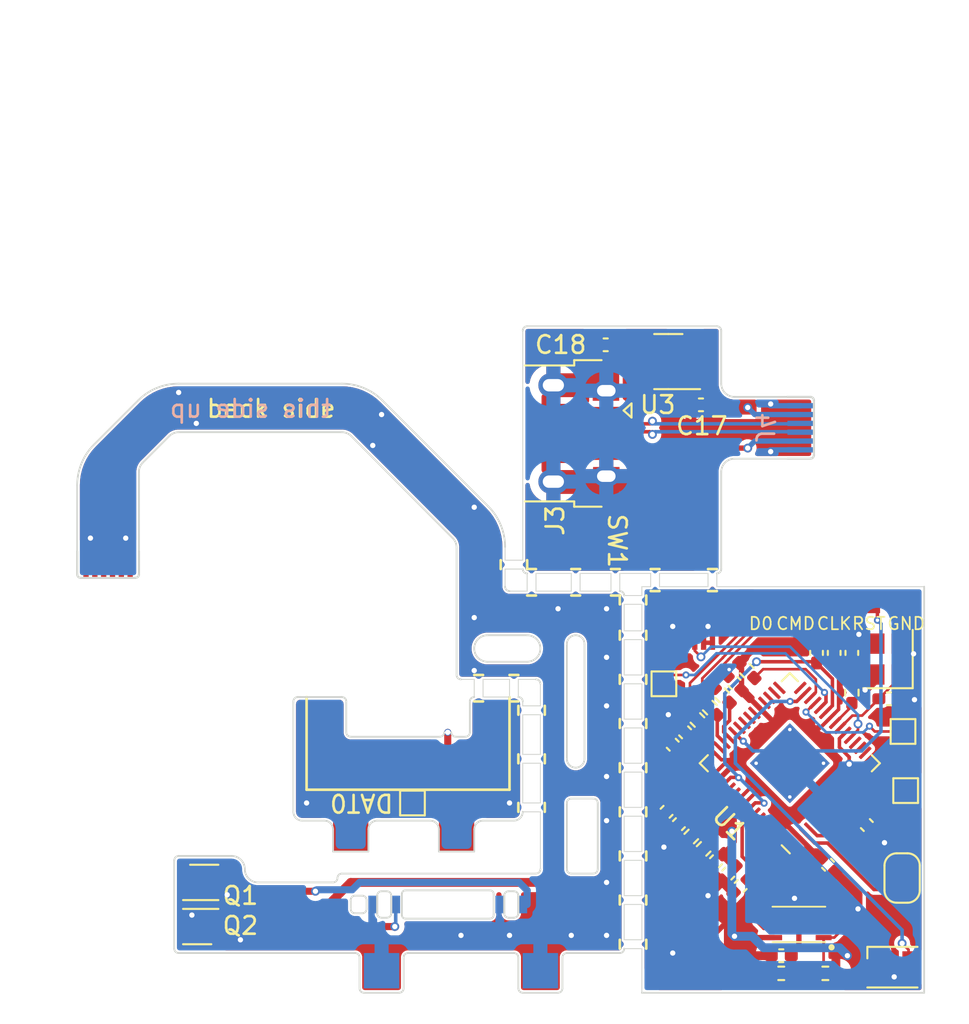
<source format=kicad_pcb>
(kicad_pcb (version 20221018) (generator pcbnew)

  (general
    (thickness 0.115)
  )

  (paper "A4")
  (layers
    (0 "F.Cu" signal)
    (31 "B.Cu" signal)
    (32 "B.Adhes" user "B.Adhesive")
    (33 "F.Adhes" user "F.Adhesive")
    (34 "B.Paste" user)
    (35 "F.Paste" user)
    (36 "B.SilkS" user "B.Silkscreen")
    (37 "F.SilkS" user "F.Silkscreen")
    (38 "B.Mask" user)
    (39 "F.Mask" user)
    (40 "Dwgs.User" user "User.Drawings")
    (41 "Cmts.User" user "User.Comments")
    (42 "Eco1.User" user "User.Eco1")
    (43 "Eco2.User" user "User.Eco2")
    (44 "Edge.Cuts" user)
    (45 "Margin" user)
    (46 "B.CrtYd" user "B.Courtyard")
    (47 "F.CrtYd" user "F.Courtyard")
    (48 "B.Fab" user)
    (49 "F.Fab" user)
    (50 "User.1" user)
    (51 "User.2" user)
    (52 "User.3" user)
    (53 "User.4" user)
    (54 "User.5" user)
    (55 "User.6" user)
    (56 "User.7" user)
    (57 "User.8" user)
    (58 "User.9" user)
  )

  (setup
    (stackup
      (layer "F.SilkS" (type "Top Silk Screen"))
      (layer "F.Paste" (type "Top Solder Paste"))
      (layer "F.Mask" (type "Top Solder Mask") (thickness 0.01))
      (layer "F.Cu" (type "copper") (thickness 0.035))
      (layer "dielectric 1" (type "core") (color "Polyimide") (thickness 0.025) (material "Polyimide") (epsilon_r 3.2) (loss_tangent 0.004))
      (layer "B.Cu" (type "copper") (thickness 0.035))
      (layer "B.Mask" (type "Bottom Solder Mask") (thickness 0.01))
      (layer "B.Paste" (type "Bottom Solder Paste"))
      (layer "B.SilkS" (type "Bottom Silk Screen"))
      (copper_finish "None")
      (dielectric_constraints no)
    )
    (pad_to_mask_clearance 0)
    (pcbplotparams
      (layerselection 0x00010fc_ffffffff)
      (plot_on_all_layers_selection 0x0000000_00000000)
      (disableapertmacros false)
      (usegerberextensions false)
      (usegerberattributes true)
      (usegerberadvancedattributes true)
      (creategerberjobfile true)
      (dashed_line_dash_ratio 12.000000)
      (dashed_line_gap_ratio 3.000000)
      (svgprecision 4)
      (plotframeref false)
      (viasonmask false)
      (mode 1)
      (useauxorigin false)
      (hpglpennumber 1)
      (hpglpenspeed 20)
      (hpglpendiameter 15.000000)
      (dxfpolygonmode true)
      (dxfimperialunits true)
      (dxfusepcbnewfont true)
      (psnegative false)
      (psa4output false)
      (plotreference true)
      (plotvalue true)
      (plotinvisibletext false)
      (sketchpadsonfab false)
      (subtractmaskfromsilk false)
      (outputformat 1)
      (mirror false)
      (drillshape 1)
      (scaleselection 1)
      (outputdirectory "")
    )
  )

  (net 0 "")
  (net 1 "+3V3")
  (net 2 "GND")
  (net 3 "/XIN")
  (net 4 "Net-(C3-Pad2)")
  (net 5 "+1V1")
  (net 6 "GND1")
  (net 7 "VBUS")
  (net 8 "unconnected-(D1-DOUT-Pad2)")
  (net 9 "/STATUS_LED")
  (net 10 "Net-(J6-Pin_3)")
  (net 11 "GND2")
  (net 12 "/QSPI_~{CS}")
  (net 13 "/~{USB_BOOT}")
  (net 14 "/XOUT")
  (net 15 "/USB_DP")
  (net 16 "/DP")
  (net 17 "/NX_CLK")
  (net 18 "Net-(U1-GPIO27_ADC1)")
  (net 19 "/NX_CMD")
  (net 20 "Net-(U1-GPIO28_ADC2)")
  (net 21 "/NX_D0")
  (net 22 "Net-(U1-GPIO29_ADC3)")
  (net 23 "/RP2040_~{USB_BOOT}")
  (net 24 "/TRAINING_RESET_A")
  (net 25 "/TRAINING_RESET_B")
  (net 26 "unconnected-(U1-GPIO2-Pad4)")
  (net 27 "unconnected-(U1-GPIO3-Pad5)")
  (net 28 "unconnected-(U1-GPIO4-Pad6)")
  (net 29 "unconnected-(U1-GPIO5-Pad7)")
  (net 30 "unconnected-(U1-GPIO6-Pad8)")
  (net 31 "unconnected-(U1-GPIO7-Pad9)")
  (net 32 "unconnected-(U1-GPIO8-Pad11)")
  (net 33 "unconnected-(U1-GPIO9-Pad12)")
  (net 34 "unconnected-(U1-GPIO10-Pad13)")
  (net 35 "unconnected-(U1-GPIO11-Pad14)")
  (net 36 "unconnected-(U1-GPIO12-Pad15)")
  (net 37 "unconnected-(U1-GPIO13-Pad16)")
  (net 38 "unconnected-(U1-GPIO14-Pad17)")
  (net 39 "/NX_CPU")
  (net 40 "/SWCLK")
  (net 41 "/SWD")
  (net 42 "/RUN")
  (net 43 "unconnected-(U1-GPIO17-Pad28)")
  (net 44 "unconnected-(U1-GPIO18-Pad29)")
  (net 45 "unconnected-(U1-GPIO19-Pad30)")
  (net 46 "unconnected-(U1-GPIO20-Pad31)")
  (net 47 "unconnected-(U1-GPIO21-Pad32)")
  (net 48 "unconnected-(U1-GPIO22-Pad34)")
  (net 49 "unconnected-(U1-GPIO23-Pad35)")
  (net 50 "unconnected-(U1-GPIO24-Pad36)")
  (net 51 "unconnected-(U1-GPIO25-Pad37)")
  (net 52 "/NX_RST")
  (net 53 "/QSPI_SD3")
  (net 54 "/QSPI_CLK")
  (net 55 "/QSPI_SD0")
  (net 56 "/QSPI_SD2")
  (net 57 "/QSPI_SD1")
  (net 58 "/D+")
  (net 59 "/D-")
  (net 60 "Net-(C16-Pad1)")
  (net 61 "Net-(C15-Pad1)")
  (net 62 "/DAT0")
  (net 63 "GND3")
  (net 64 "unconnected-(J3-ID-Pad4)")
  (net 65 "/USB_DN")
  (net 66 "/DN")

  (footprint "Capacitor_SMD:C_0402_1005Metric_Pad0.74x0.62mm_HandSolder" (layer "F.Cu") (at 138.15 58.25 -90))

  (footprint "Jumper:SolderJumper-2_P1.3mm_Open_RoundedPad1.0x1.5mm" (layer "F.Cu") (at 143 71 -90))

  (footprint "TestPoint:TestPoint_Pad_1.0x1.0mm" (layer "F.Cu") (at 115.25 66.75 180))

  (footprint "TestPoint:TestPoint_Pad_1.0x1.0mm" (layer "F.Cu") (at 143.2 66.05))

  (footprint "Capacitor_SMD:C_0402_1005Metric_Pad0.74x0.62mm_HandSolder" (layer "F.Cu") (at 138.8 70.25 135))

  (footprint "Resistor_SMD:R_0402_1005Metric_Pad0.72x0.64mm_HandSolder" (layer "F.Cu") (at 132.1 61.35 -45))

  (footprint "Capacitor_SMD:C_0402_1005Metric_Pad0.74x0.62mm_HandSolder" (layer "F.Cu") (at 130 63.45 -45))

  (footprint "TestPoint:TestPoint_Pad_1.0x1.0mm" (layer "F.Cu") (at 143.05 62.7))

  (footprint "TestPoint:TestPoint_Pad_1.0x1.0mm" (layer "F.Cu") (at 129.5 60))

  (footprint "Resistor_SMD:R_0402_1005Metric_Pad0.72x0.64mm_HandSolder" (layer "F.Cu") (at 136.15 76.4))

  (footprint "TestPoint:TestPoint_Pad_1.0x1.0mm" (layer "F.Cu") (at 143.25 55.5))

  (footprint "Capacitor_SMD:C_0402_1005Metric_Pad0.74x0.62mm_HandSolder" (layer "F.Cu") (at 133.85 71.45 45))

  (footprint "Capacitor_SMD:C_0402_1005Metric_Pad0.74x0.62mm_HandSolder" (layer "F.Cu") (at 131.6 44.2))

  (footprint "Capacitor_SMD:C_0402_1005Metric_Pad0.74x0.62mm_HandSolder" (layer "F.Cu") (at 130.35 67.95 45))

  (footprint "Resistor_SMD:R_0402_1005Metric_Pad0.72x0.64mm_HandSolder" (layer "F.Cu") (at 131.75 69.35 45))

  (footprint "Resistor_SMD:R_0402_1005Metric_Pad0.72x0.64mm_HandSolder" (layer "F.Cu") (at 140.15 60.5 -90))

  (footprint "Capacitor_SMD:C_0402_1005Metric_Pad0.74x0.62mm_HandSolder" (layer "F.Cu") (at 126.2 40.8 180))

  (footprint "flexifly:MicroFET_2x2" (layer "F.Cu") (at 103.25 73.75 90))

  (footprint "Capacitor_SMD:C_0402_1005Metric_Pad0.74x0.62mm_HandSolder" (layer "F.Cu") (at 141 68 135))

  (footprint "TestPoint:TestPoint_Pad_2.0x2.0mm" (layer "F.Cu") (at 117.75 68.5 180))

  (footprint "flexifly:Conn_BGA_shim" (layer "F.Cu") (at 117.25 62.75 180))

  (footprint "flexifly:SW_SPST_XKB_1187A-B-A-B" (layer "F.Cu") (at 130.05 50 90))

  (footprint "Resistor_SMD:R_0402_1005Metric_Pad0.72x0.64mm_HandSolder" (layer "F.Cu") (at 132.8 60.65 -45))

  (footprint "TestPoint:TestPoint_Pad_2.0x2.0mm" (layer "F.Cu") (at 111.75 68.5 180))

  (footprint "Capacitor_SMD:C_0402_1005Metric_Pad0.74x0.62mm_HandSolder" (layer "F.Cu") (at 139.15 58.25 -90))

  (footprint "Resistor_SMD:R_0402_1005Metric_Pad0.72x0.64mm_HandSolder" (layer "F.Cu") (at 138.65 76.4 180))

  (footprint "Capacitor_SMD:C_0402_1005Metric_Pad0.74x0.62mm_HandSolder" (layer "F.Cu") (at 133.15 70.75 45))

  (footprint "TestPoint:TestPoint_Pad_1.0x1.0mm" (layer "F.Cu") (at 141.25 55.5))

  (footprint "Package_TO_SOT_SMD:SOT-23-3" (layer "F.Cu") (at 129.75 41.75 180))

  (footprint "Resistor_SMD:R_0402_1005Metric_Pad0.72x0.64mm_HandSolder" (layer "F.Cu") (at 131.4 62.05 -45))

  (footprint "Capacitor_SMD:C_0402_1005Metric_Pad0.74x0.62mm_HandSolder" (layer "F.Cu") (at 142.25 60.85 180))

  (footprint "Capacitor_SMD:C_0402_1005Metric_Pad0.74x0.62mm_HandSolder" (layer "F.Cu") (at 140.15 58.25 -90))

  (footprint "flexifly:MicroFET_2x2" (layer "F.Cu") (at 103.25 71.25 -90))

  (footprint "flexifly:FPC_1x06_P0.50mm" (layer "F.Cu") (at 98 53.25 180))

  (footprint "TestPoint:TestPoint_Pad_1.0x1.0mm" (layer "F.Cu") (at 137.25 55.5))

  (footprint "flexifly:W25QxxxxUXxx" (layer "F.Cu") (at 137.15 73.625))

  (footprint "Capacitor_SMD:C_0402_1005Metric_Pad0.74x0.62mm_HandSolder" (layer "F.Cu") (at 136.15 75.4))

  (footprint "Package_DFN_QFN:QFN-56-1EP_7x7mm_P0.4mm_EP3.2x3.2mm_ThermalVias" (layer "F.Cu") (at 136.634996 64.5 135))

  (footprint "LED_SMD:LED_WS2812B-2020_PLCC4_2.0x2.0mm" (layer "F.Cu") (at 142.45 76.05))

  (footprint "Resistor_SMD:R_0402_1005Metric_Pad0.72x0.64mm_HandSolder" (layer "F.Cu") (at 131.05 68.65 -135))

  (footprint "TestPoint:TestPoint_Pad_1.0x1.0mm" (layer "F.Cu") (at 135.25 55.5))

  (footprint "Capacitor_SMD:C_0402_1005Metric_Pad0.74x0.62mm_HandSolder" (layer "F.Cu") (at 133.5 59.95 -45))

  (footprint "flexifly:HCTL_HC-FPC-05-09-6RLTAG_1x06-1MP_P0.50mm_Horizontal" (layer "F.Cu") (at 131 54.775 180))

  (footprint "Connector_USB:USB_Micro-B_Amphenol_10103594-0001LF_Horizontal" (layer "F.Cu") (at 124.35 45.845 -90))

  (footprint "Crystal:Crystal_SMD_2520-4Pin_2.5x2.0mm" (layer "F.Cu") (at 142.2 58.6 90))

  (footprint "Capacitor_SMD:C_0402_1005Metric_Pad0.74x0.62mm_HandSolder" (layer "F.Cu") (at 132.45 70.05 45))

  (footprint "flexifly:HCTL_HC-FPC-05-09-6RLTAG_1x06-1MP_P0.50mm_Horizontal" (layer "F.Cu") (at 131 77.2))

  (footprint "Capacitor_SMD:C_0402_1005Metric_Pad0.74x0.62mm_HandSolder" (layer "F.Cu") (at 129.65 67.25 -135))

  (footprint "Capacitor_SMD:C_0402_1005Metric_Pad0.74x0.62mm_HandSolder" (layer "F.Cu") (at 130.7 62.75 -45))

  (footprint "Resistor_SMD:R_0402_1005Metric_Pad0.72x0.64mm_HandSolder" (layer "F.Cu") (at 134.2 59.25 -45))

  (footprint "TestPoint:TestPoint_Pad_1.0x1.0mm" (layer "F.Cu") (at 139.25 55.5))

  (footprint "flexifly:FPC_1x06_P0.50mm" (layer "B.Cu") (at 137.25 45.5 90))

  (footprint "flexifly:APU_package_cap_conn" (layer "B.Cu") (at 120.85 72.5 180))

  (footprint "TestPoint:TestPoint_Pad_2.0x2.0mm" (layer "B.Cu") (at 122.5 76.25 180))

  (footprint "flexifly:APU_package_cap_conn" (layer "B.Cu") (at 113.65 72.5 180))

  (footprint "TestPoint:TestPoint_Pad_2.0x2.0mm" (layer "B.Cu") (at 113.5 76.25 180))

  (gr_line (start 128.5 72) (end 128.5 72.5)
    (stroke (width 0.15) (type default)) (layer "F.SilkS") (tstamp 01ca5670-3119-42d0-af78-b1b448d3894c))
  (gr_line (start 121.25 64) (end 121.25 64.5)
    (stroke (width 0.15) (type default)) (layer "F.SilkS") (tstamp 098cdd2a-aebf-45bb-b1c6-f7cac99d4877))
  (gr_line (start 129.25 53.5) (end 128.75 53.5)
    (stroke (width 0.15) (type default)) (layer "F.SilkS") (tstamp 0f224885-f6a0-498d-88f9-56c6406b2034))
  (gr_line (start 120.75 59.5) (end 121.25 59.5)
    (stroke (width 0.15) (type default)) (layer "F.SilkS") (tstamp 104c9f4b-b1da-4830-a434-755b91b5c14e))
  (gr_line (start 121.25 66.75) (end 121.25 67.25)
    (stroke (width 0.15) (type default)) (layer "F.SilkS") (tstamp 13e58187-1d36-47dd-b0db-2d71bf849947))
  (gr_line (start 126.5 53.5) (end 127 53.5)
    (stroke (width 0.15) (type default)) (layer "F.SilkS") (tstamp 27928df7-c56f-49e5-ba96-9c636abf691d))
  (gr_line (start 121.25 61.25) (end 121.25 61.75)
    (stroke (width 0.15) (type default)) (layer "F.SilkS") (tstamp 321e5a9a-6258-46aa-a4c6-0b82c1e91037))
  (gr_line (start 121.75 53.5) (end 122.25 53.5)
    (stroke (width 0.15) (type default)) (layer "F.SilkS") (tstamp 339bf9d1-b913-496b-bf1c-981ae7cc62c5))
  (gr_line (start 128.5 69.5) (end 128.5 70)
    (stroke (width 0.15) (type default)) (layer "F.SilkS") (tstamp 34b20422-bc14-4a57-8e14-835fce2c1fa0))
  (gr_line (start 127 70) (end 127 69.5)
    (stroke (width 0.15) (type default)) (layer "F.SilkS") (tstamp 37f58952-719e-496a-b9b2-b222faa749a5))
  (gr_line (start 127 65) (end 127 64.5)
    (stroke (width 0.15) (type default)) (layer "F.SilkS") (tstamp 423d56d0-83f9-4941-b78c-9d0fe705b7e6))
  (gr_line (start 128.5 74.5) (end 128.5 75)
    (stroke (width 0.15) (type default)) (layer "F.SilkS") (tstamp 49adba9d-389c-4a68-baed-6159f6d41c24))
  (gr_line (start 127 75) (end 127 74.5)
    (stroke (width 0.15) (type default)) (layer "F.SilkS") (tstamp 4e9ee5d3-3428-47b3-a84f-03d0044a56f8))
  (gr_line (start 124.75 55) (end 124.25 55)
    (stroke (width 0.15) (type default)) (layer "F.SilkS") (tstamp 4f750e44-7689-4711-9b0e-9c18ac13e895))
  (gr_line (start 124.25 53.5) (end 124.75 53.5)
    (stroke (width 0.15) (type default)) (layer "F.SilkS") (tstamp 548d33e4-3cb7-4a84-8e9f-2d89d849e308))
  (gr_line (start 128.5 67) (end 128.5 67.5)
    (stroke (width 0.15) (type default)) (layer "F.SilkS") (tstamp 5f17a99a-955e-40a0-b6d1-f3d2edf0566a))
  (gr_line (start 128.5 62) (end 128.5 62.5)
    (stroke (width 0.15) (type default)) (layer "F.SilkS") (tstamp 6af144b3-eb09-497a-a86e-7f47f9fe5e9d))
  (gr_line (start 127 72.5) (end 127 72)
    (stroke (width 0.15) (type default)) (layer "F.SilkS") (tstamp 7851e222-53e4-46bc-86b7-bde5d76db19f))
  (gr_line (start 127 55.5) (end 127 55)
    (stroke (width 0.15) (type default)) (layer "F.SilkS") (tstamp 78b295c9-41a0-4ba5-b975-8e171ab68d0f))
  (gr_line (start 120.25 53.5) (end 120.25 53)
    (stroke (width 0.15) (type default)) (layer "F.SilkS") (tstamp 7b10d9e4-9c24-468e-8f25-10a6d8c3d8e4))
  (gr_line (start 127 62.5) (end 127 62)
    (stroke (width 0.15) (type default)) (layer "F.SilkS") (tstamp 86c4816c-cfa1-4e5d-8331-a6f57f57dfea))
  (gr_line (start 127 57.5) (end 127 57)
    (stroke (width 0.15) (type default)) (layer "F.SilkS") (tstamp 8b772a4e-0dde-4750-95eb-367ad91811bb))
  (gr_line (start 122.75 64.5) (end 122.75 64)
    (stroke (width 0.15) (type default)) (layer "F.SilkS") (tstamp 8d2b351e-c137-4b5e-b0ee-83928756e796))
  (gr_line (start 132.5 54.75) (end 132 54.75)
    (stroke (width 0.15) (type default)) (layer "F.SilkS") (tstamp 8dd7fc6a-de16-432d-ac87-137bb2b53284))
  (gr_line (start 128.5 55) (end 128.5 55.5)
    (stroke (width 0.15) (type default)) (layer "F.SilkS") (tstamp 90d0abbd-24ac-4d3c-a3ad-24214dd3f9b0))
  (gr_line (start 122.25 55) (end 121.75 55)
    (stroke (width 0.15) (type default)) (layer "F.SilkS") (tstamp 9129cb84-70a0-4102-8afd-c239728ca794))
  (gr_line (start 127 55) (end 126.5 55)
    (stroke (width 0.15) (type default)) (layer "F.SilkS") (tstamp 91c38b9b-6bb3-401e-b823-4785a52dc968))
  (gr_line (start 128.75 54.75) (end 129.25 54.75)
    (stroke (width 0.15) (type default)) (layer "F.SilkS") (tstamp 96c6fd12-64c9-447b-ba30-a6d007a21626))
  (gr_line (start 128.5 64.5) (end 128.5 65)
    (stroke (width 0.15) (type default)) (layer "F.SilkS") (tstamp 9ee80837-76e3-4b48-ae90-d077482a5b0f))
  (gr_line (start 109.25 66) (end 109.25 60.75)
    (stroke (width 0.15) (type default)) (layer "F.SilkS") (tstamp b20e12ff-da6e-45fe-a8a6-59210eac6b79))
  (gr_line (start 122.75 67.25) (end 122.75 66.75)
    (stroke (width 0.15) (type default)) (layer "F.SilkS") (tstamp b271a6bb-aa3b-45a5-b88d-0b019d8c38b5))
  (gr_line (start 128.5 57) (end 128.5 57.5)
    (stroke (width 0.15) (type default)) (layer "F.SilkS") (tstamp bef338b3-7ab1-4763-ac30-ec9b9931f5c6))
  (gr_line (start 128.5 59.5) (end 128.5 60)
    (stroke (width 0.15) (type default)) (layer "F.SilkS") (tstamp c3e1be9f-7c4f-4ebb-88ca-50d92efbd881))
  (gr_line (start 127 67.5) (end 127 67)
    (stroke (width 0.15) (type default)) (layer "F.SilkS") (tstamp c633f3a4-6441-4eb3-bef8-51b735abeb64))
  (gr_line (start 119.25 59.5) (end 118.75 59.5)
    (stroke (width 0.15) (type default)) (layer "F.SilkS") (tstamp c6dfd707-1bd4-48dd-882a-f8d477aafccb))
  (gr_line (start 109.25 66) (end 120.75 66)
    (stroke (width 0.15) (type default)) (layer "F.SilkS") (tstamp d5e1a3aa-7457-4957-aea8-28741c8452fe))
  (gr_line (start 121.25 61) (end 120.75 61)
    (stroke (width 0.15) (type default)) (layer "F.SilkS") (tstamp db799b5a-c56f-4e7d-aefa-74cd70aaa3a9))
  (gr_line (start 120.75 66) (end 120.75 60.75)
    (stroke (width 0.15) (type default)) (layer "F.SilkS") (tstamp e1f03005-87b0-48f8-9fc0-bcf336b3af7b))
  (gr_line (start 127 60) (end 127 59.5)
    (stroke (width 0.15) (type default)) (layer "F.SilkS") (tstamp e41b272f-d7e8-4e80-972d-ca21ec6e515a))
  (gr_line (start 132 53.5) (end 132.5 53.5)
    (stroke (width 0.15) (type default)) (layer "F.SilkS") (tstamp e6f11716-4595-4fcc-91a4-6ba9623b16fb))
  (gr_line (start 121.75 53) (end 121.75 53.5)
    (stroke (width 0.15) (type default)) (layer "F.SilkS") (tstamp ead1b1e0-05d5-4a78-816c-a5c4bb8a6f84))
  (gr_line (start 122.75 61.25) (end 122.75 61.75)
    (stroke (width 0.15) (type default)) (layer "F.SilkS") (tstamp ee480e2d-f438-4e5a-a7b6-6bbd9f574c88))
  (gr_line (start 118.75 61) (end 119.25 61)
    (stroke (width 0.15) (type default)) (layer "F.SilkS") (tstamp f368eded-8684-4ee4-a000-03506ea1f2cf))
  (gr_line (start 128.25 77.5) (end 144.25 77.5)
    (stroke (width 0.1) (type default)) (layer "Edge.Cuts") (tstamp 0276bee1-9923-433f-92b0-b639ea68ef45))
  (gr_line (start 121.75 58.75) (end 119.5 58.75)
    (stroke (width 0.1) (type default)) (layer "Edge.Cuts") (tstamp 0423cf34-0355-4ddd-9ff7-15f1fdcc0478))
  (gr_line (start 110.75 69.5) (end 112.75 69.5)
    (stroke (width 0.1) (type default)) (layer "Edge.Cuts") (tstamp 05fac5e1-9465-42fd-b0ad-f2bc3a0320c4))
  (gr_arc (start 99.701903 43.951903) (mid 100.756279 43.247392) (end 102 43)
    (stroke (width 0.1) (type default)) (layer "Edge.Cuts") (tstamp 07383e14-5c8f-4fc8-83d2-b375949f3ec6))
  (gr_line (start 111.78033 45.96967) (end 117.53033 51.75)
    (stroke (width 0.1) (type default)) (layer "Edge.Cuts") (tstamp 089f3dcd-be4b-4ca8-b48e-9abd2e0dab44))
  (gr_line (start 114.5 77.5) (end 112.5 77.5)
    (stroke (width 0.1) (type default)) (layer "Edge.Cuts") (tstamp 09daf9b7-1519-4675-bbed-9781d357327b))
  (gr_line (start 122.25 70.75) (end 111.25 70.75)
    (stroke (width 0.1) (type default)) (layer "Edge.Cuts") (tstamp 0b6323b3-fb24-4e93-a821-a82e01ab48a3))
  (gr_arc (s
... [388258 chars truncated]
</source>
